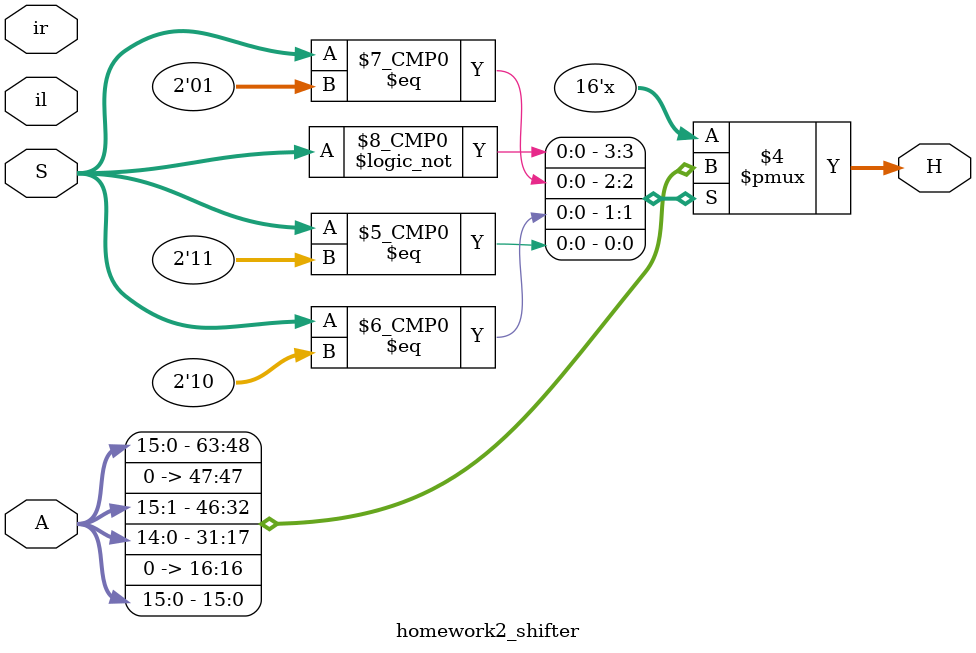
<source format=v>
`timescale 1ns / 1ps
module homework2_shifter(
    input      [15:0] A,
    input      [1:0] S, // op select
    input      ir,      // bit to shift in from right
    input      il,      // bit to shift in from left 
    output reg [15:0] H
    );
    
    always @(*) begin
    
        case (S) // op select
        
            2'b00: // transfer
                H = A;
            2'b01: // shift right
                H = A >> 1;
            2'b10: // shift left
                H = A << 1;
            2'b11: // transfer (shouldn't get here)
                H = A;
            default: // shouldn't get here 
                H = 16'bxxxx_xxxx_xxxx_xxxx;
        
        endcase
    
    end // always @(*)
    
endmodule // homework2_shifter






</source>
